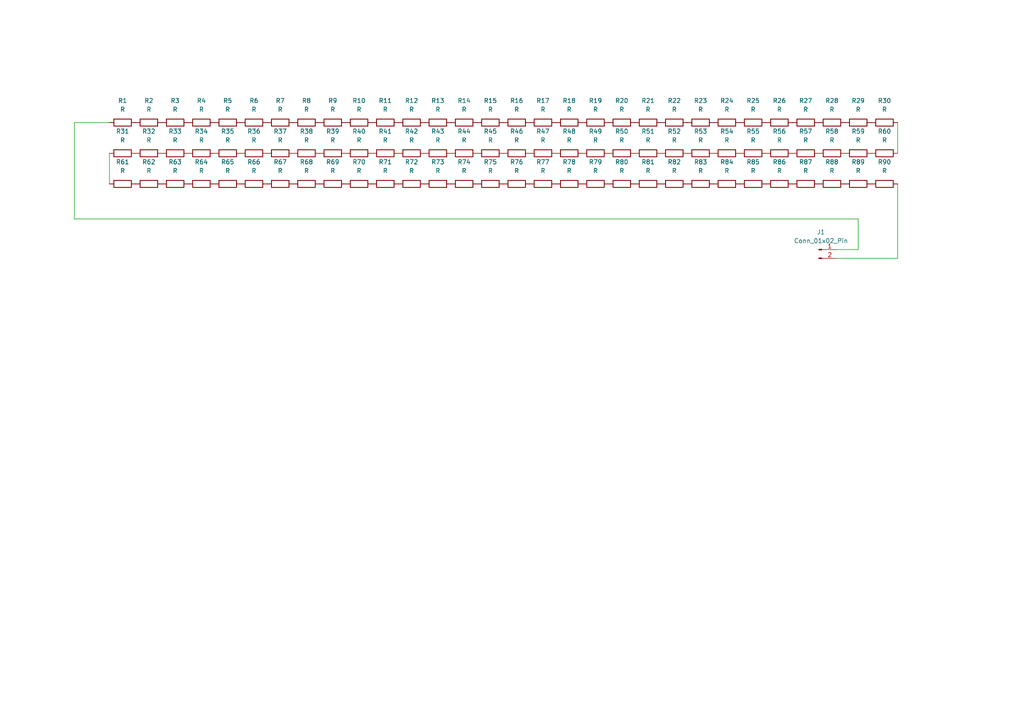
<source format=kicad_sch>
(kicad_sch (version 20250114) (generator "eeschema") (generator_version "9.0")
  (paper "A4")
  (lib_symbols
    (symbol "Connector:Conn_01x02_Pin" (pin_names (offset 1.016) (hide yes))
      (property "Reference" "J" (at 0 2.54 0))
      (property "Value" "Conn_01x02_Pin" (at 0 -5.08 0))
      (symbol "Conn_01x02_Pin_1_1"
        (rectangle (start 0.8636 0.127) (end 0 -0.127) (stroke (width 0.1524)) (fill (type outline)))
        (rectangle (start 0.8636 -2.413) (end 0 -2.667) (stroke (width 0.1524)) (fill (type outline)))
        (polyline (pts (xy 1.27 0) (xy 0.8636 0)) (stroke (width 0.1524)))
        (polyline (pts (xy 1.27 -2.54) (xy 0.8636 -2.54)) (stroke (width 0.1524)))
        (pin passive line (at 5.08 0 180) (length 3.81) (name "Pin_1") (number "1"))
        (pin passive line (at 5.08 -2.54 180) (length 3.81) (name "Pin_2") (number "2"))
      )
    )
    (symbol "Device:R" (pin_numbers (hide yes)) (pin_names (offset 0))
      (property "Reference" "R" (at 2.032 0 90))
      (property "Value" "R" (at 0 0 90))
      (symbol "R_0_1"
        (rectangle (start -1.016 -2.54) (end 1.016 2.54) (stroke (width 0.254)))
      )
      (symbol "R_1_1"
        (pin passive line (at 0 3.81 270) (length 1.27) (name "~") (number "1"))
        (pin passive line (at 0 -3.81 90) (length 1.27) (name "~") (number "2"))
      )
    )
  )
  (wire (pts (xy 31.75 44.45) (xy 31.75 53.34)))
  (wire (pts (xy 248.92 63.5) (xy 248.92 72.39)))
  (wire (pts (xy 260.35 35.56) (xy 260.35 44.45)))
  (wire (pts (xy 31.75 35.56) (xy 21.59 35.56)))
  (wire (pts (xy 260.35 53.34) (xy 260.35 74.93)))
  (wire (pts (xy 260.35 74.93) (xy 242.57 74.93)))
  (wire (pts (xy 21.59 35.56) (xy 21.59 63.5)))
  (wire (pts (xy 21.59 63.5) (xy 248.92 63.5)))
  (wire (pts (xy 248.92 72.39) (xy 242.57 72.39)))
  (symbol (lib_id "Device:R") (at 88.9 35.56 270) (unit 1)
    (property "Reference" "R8" (at 88.9 29.21 90))
    (property "Value" "R" (at 88.9 31.75 90))
    (property "Footprint" "Resistor_THT:R_Axial_DIN0207_L6.3mm_D2.5mm_P10.16mm_Horizontal" (effects (hide yes)))
    (property "Description" "Resistor" (effects (hide yes)))
  )
  (symbol (lib_id "Device:R") (at 35.56 35.56 90) (unit 1)
    (property "Reference" "R1" (at 35.56 29.21 90))
    (property "Value" "R" (at 35.56 31.75 90))
    (property "Footprint" "Resistor_THT:R_Axial_DIN0207_L6.3mm_D2.5mm_P10.16mm_Horizontal" (effects (hide yes)))
    (property "Description" "Resistor" (effects (hide yes)))
  )
  (symbol (lib_id "Device:R") (at 43.18 35.56 90) (unit 1)
    (property "Reference" "R2" (at 43.18 29.21 90))
    (property "Value" "R" (at 43.18 31.75 90))
    (property "Footprint" "Resistor_THT:R_Axial_DIN0207_L6.3mm_D2.5mm_P10.16mm_Horizontal" (effects (hide yes)))
    (property "Description" "Resistor" (effects (hide yes)))
  )
  (symbol (lib_id "Device:R") (at 157.48 35.56 90) (unit 1)
    (property "Reference" "R17" (at 157.48 29.21 90))
    (property "Value" "R" (at 157.48 31.75 90))
    (property "Footprint" "Resistor_THT:R_Axial_DIN0207_L6.3mm_D2.5mm_P10.16mm_Horizontal" (effects (hide yes)))
    (property "Description" "Resistor" (effects (hide yes)))
  )
  (symbol (lib_id "Device:R") (at 142.24 35.56 90) (unit 1)
    (property "Reference" "R15" (at 142.24 29.21 90))
    (property "Value" "R" (at 142.24 31.75 90))
    (property "Footprint" "Resistor_THT:R_Axial_DIN0207_L6.3mm_D2.5mm_P10.16mm_Horizontal" (effects (hide yes)))
    (property "Description" "Resistor" (effects (hide yes)))
  )
  (symbol (lib_id "Device:R") (at 241.3 35.56 270) (unit 1)
    (property "Reference" "R28" (at 241.3 29.21 90))
    (property "Value" "R" (at 241.3 31.75 90))
    (property "Footprint" "Resistor_THT:R_Axial_DIN0207_L6.3mm_D2.5mm_P10.16mm_Horizontal" (effects (hide yes)))
    (property "Description" "Resistor" (effects (hide yes)))
  )
  (symbol (lib_id "Device:R") (at 66.04 44.45 90) (unit 1)
    (property "Reference" "R35" (at 66.04 38.1 90))
    (property "Value" "R" (at 66.04 40.64 90))
    (property "Footprint" "Resistor_THT:R_Axial_DIN0207_L6.3mm_D2.5mm_P10.16mm_Horizontal" (effects (hide yes)))
    (property "Description" "Resistor" (effects (hide yes)))
  )
  (symbol (lib_id "Device:R") (at 66.04 53.34 90) (unit 1)
    (property "Reference" "R65" (at 66.04 46.99 90))
    (property "Value" "R" (at 66.04 49.53 90))
    (property "Footprint" "Resistor_THT:R_Axial_DIN0207_L6.3mm_D2.5mm_P10.16mm_Horizontal" (effects (hide yes)))
    (property "Description" "Resistor" (effects (hide yes)))
  )
  (symbol (lib_id "Device:R") (at 104.14 44.45 90) (unit 1)
    (property "Reference" "R40" (at 104.14 38.1 90))
    (property "Value" "R" (at 104.14 40.64 90))
    (property "Footprint" "Resistor_THT:R_Axial_DIN0207_L6.3mm_D2.5mm_P10.16mm_Horizontal" (effects (hide yes)))
    (property "Description" "Resistor" (effects (hide yes)))
  )
  (symbol (lib_id "Device:R") (at 218.44 53.34 90) (unit 1)
    (property "Reference" "R85" (at 218.44 46.99 90))
    (property "Value" "R" (at 218.44 49.53 90))
    (property "Footprint" "Resistor_THT:R_Axial_DIN0207_L6.3mm_D2.5mm_P10.16mm_Horizontal" (effects (hide yes)))
    (property "Description" "Resistor" (effects (hide yes)))
  )
  (symbol (lib_id "Device:R") (at 187.96 35.56 90) (unit 1)
    (property "Reference" "R21" (at 187.96 29.21 90))
    (property "Value" "R" (at 187.96 31.75 90))
    (property "Footprint" "Resistor_THT:R_Axial_DIN0207_L6.3mm_D2.5mm_P10.16mm_Horizontal" (effects (hide yes)))
    (property "Description" "Resistor" (effects (hide yes)))
  )
  (symbol (lib_id "Device:R") (at 58.42 44.45 90) (unit 1)
    (property "Reference" "R34" (at 58.42 38.1 90))
    (property "Value" "R" (at 58.42 40.64 90))
    (property "Footprint" "Resistor_THT:R_Axial_DIN0207_L6.3mm_D2.5mm_P10.16mm_Horizontal" (effects (hide yes)))
    (property "Description" "Resistor" (effects (hide yes)))
  )
  (symbol (lib_id "Device:R") (at 96.52 53.34 90) (unit 1)
    (property "Reference" "R69" (at 96.52 46.99 90))
    (property "Value" "R" (at 96.52 49.53 90))
    (property "Footprint" "Resistor_THT:R_Axial_DIN0207_L6.3mm_D2.5mm_P10.16mm_Horizontal" (effects (hide yes)))
    (property "Description" "Resistor" (effects (hide yes)))
  )
  (symbol (lib_id "Device:R") (at 180.34 53.34 90) (unit 1)
    (property "Reference" "R80" (at 180.34 46.99 90))
    (property "Value" "R" (at 180.34 49.53 90))
    (property "Footprint" "Resistor_THT:R_Axial_DIN0207_L6.3mm_D2.5mm_P10.16mm_Horizontal" (effects (hide yes)))
    (property "Description" "Resistor" (effects (hide yes)))
  )
  (symbol (lib_id "Device:R") (at 134.62 53.34 90) (unit 1)
    (property "Reference" "R74" (at 134.62 46.99 90))
    (property "Value" "R" (at 134.62 49.53 90))
    (property "Footprint" "Resistor_THT:R_Axial_DIN0207_L6.3mm_D2.5mm_P10.16mm_Horizontal" (effects (hide yes)))
    (property "Description" "Resistor" (effects (hide yes)))
  )
  (symbol (lib_id "Device:R") (at 58.42 35.56 90) (unit 1)
    (property "Reference" "R4" (at 58.42 29.21 90))
    (property "Value" "R" (at 58.42 31.75 90))
    (property "Footprint" "Resistor_THT:R_Axial_DIN0207_L6.3mm_D2.5mm_P10.16mm_Horizontal" (effects (hide yes)))
    (property "Description" "Resistor" (effects (hide yes)))
  )
  (symbol (lib_id "Device:R") (at 195.58 35.56 90) (unit 1)
    (property "Reference" "R22" (at 195.58 29.21 90))
    (property "Value" "R" (at 195.58 31.75 90))
    (property "Footprint" "Resistor_THT:R_Axial_DIN0207_L6.3mm_D2.5mm_P10.16mm_Horizontal" (effects (hide yes)))
    (property "Description" "Resistor" (effects (hide yes)))
  )
  (symbol (lib_id "Device:R") (at 256.54 53.34 90) (unit 1)
    (property "Reference" "R90" (at 256.54 46.99 90))
    (property "Value" "R" (at 256.54 49.53 90))
    (property "Footprint" "Resistor_THT:R_Axial_DIN0207_L6.3mm_D2.5mm_P10.16mm_Horizontal" (effects (hide yes)))
    (property "Description" "Resistor" (effects (hide yes)))
  )
  (symbol (lib_id "Device:R") (at 58.42 53.34 90) (unit 1)
    (property "Reference" "R64" (at 58.42 46.99 90))
    (property "Value" "R" (at 58.42 49.53 90))
    (property "Footprint" "Resistor_THT:R_Axial_DIN0207_L6.3mm_D2.5mm_P10.16mm_Horizontal" (effects (hide yes)))
    (property "Description" "Resistor" (effects (hide yes)))
  )
  (symbol (lib_id "Device:R") (at 142.24 53.34 90) (unit 1)
    (property "Reference" "R75" (at 142.24 46.99 90))
    (property "Value" "R" (at 142.24 49.53 90))
    (property "Footprint" "Resistor_THT:R_Axial_DIN0207_L6.3mm_D2.5mm_P10.16mm_Horizontal" (effects (hide yes)))
    (property "Description" "Resistor" (effects (hide yes)))
  )
  (symbol (lib_id "Device:R") (at 157.48 53.34 90) (unit 1)
    (property "Reference" "R77" (at 157.48 46.99 90))
    (property "Value" "R" (at 157.48 49.53 90))
    (property "Footprint" "Resistor_THT:R_Axial_DIN0207_L6.3mm_D2.5mm_P10.16mm_Horizontal" (effects (hide yes)))
    (property "Description" "Resistor" (effects (hide yes)))
  )
  (symbol (lib_id "Device:R") (at 134.62 35.56 90) (unit 1)
    (property "Reference" "R14" (at 134.62 29.21 90))
    (property "Value" "R" (at 134.62 31.75 90))
    (property "Footprint" "Resistor_THT:R_Axial_DIN0207_L6.3mm_D2.5mm_P10.16mm_Horizontal" (effects (hide yes)))
    (property "Description" "Resistor" (effects (hide yes)))
  )
  (symbol (lib_id "Device:R") (at 180.34 44.45 90) (unit 1)
    (property "Reference" "R50" (at 180.34 38.1 90))
    (property "Value" "R" (at 180.34 40.64 90))
    (property "Footprint" "Resistor_THT:R_Axial_DIN0207_L6.3mm_D2.5mm_P10.16mm_Horizontal" (effects (hide yes)))
    (property "Description" "Resistor" (effects (hide yes)))
  )
  (symbol (lib_id "Device:R") (at 218.44 44.45 90) (unit 1)
    (property "Reference" "R55" (at 218.44 38.1 90))
    (property "Value" "R" (at 218.44 40.64 90))
    (property "Footprint" "Resistor_THT:R_Axial_DIN0207_L6.3mm_D2.5mm_P10.16mm_Horizontal" (effects (hide yes)))
    (property "Description" "Resistor" (effects (hide yes)))
  )
  (symbol (lib_id "Device:R") (at 73.66 35.56 90) (unit 1)
    (property "Reference" "R6" (at 73.66 29.21 90))
    (property "Value" "R" (at 73.66 31.75 90))
    (property "Footprint" "Resistor_THT:R_Axial_DIN0207_L6.3mm_D2.5mm_P10.16mm_Horizontal" (effects (hide yes)))
    (property "Description" "Resistor" (effects (hide yes)))
  )
  (symbol (lib_id "Device:R") (at 226.06 35.56 90) (unit 1)
    (property "Reference" "R26" (at 226.06 29.21 90))
    (property "Value" "R" (at 226.06 31.75 90))
    (property "Footprint" "Resistor_THT:R_Axial_DIN0207_L6.3mm_D2.5mm_P10.16mm_Horizontal" (effects (hide yes)))
    (property "Description" "Resistor" (effects (hide yes)))
  )
  (symbol (lib_id "Device:R") (at 226.06 53.34 90) (unit 1)
    (property "Reference" "R86" (at 226.06 46.99 90))
    (property "Value" "R" (at 226.06 49.53 90))
    (property "Footprint" "Resistor_THT:R_Axial_DIN0207_L6.3mm_D2.5mm_P10.16mm_Horizontal" (effects (hide yes)))
    (property "Description" "Resistor" (effects (hide yes)))
  )
  (symbol (lib_id "Device:R") (at 50.8 35.56 270) (unit 1)
    (property "Reference" "R3" (at 50.8 29.21 90))
    (property "Value" "R" (at 50.8 31.75 90))
    (property "Footprint" "Resistor_THT:R_Axial_DIN0207_L6.3mm_D2.5mm_P10.16mm_Horizontal" (effects (hide yes)))
    (property "Description" "Resistor" (effects (hide yes)))
  )
  (symbol (lib_id "Device:R") (at 96.52 35.56 90) (unit 1)
    (property "Reference" "R9" (at 96.52 29.21 90))
    (property "Value" "R" (at 96.52 31.75 90))
    (property "Footprint" "Resistor_THT:R_Axial_DIN0207_L6.3mm_D2.5mm_P10.16mm_Horizontal" (effects (hide yes)))
    (property "Description" "Resistor" (effects (hide yes)))
  )
  (symbol (lib_id "Device:R") (at 35.56 53.34 90) (unit 1)
    (property "Reference" "R61" (at 35.56 46.99 90))
    (property "Value" "R" (at 35.56 49.53 90))
    (property "Footprint" "Resistor_THT:R_Axial_DIN0207_L6.3mm_D2.5mm_P10.16mm_Horizontal" (effects (hide yes)))
    (property "Description" "Resistor" (effects (hide yes)))
  )
  (symbol (lib_id "Device:R") (at 256.54 44.45 90) (unit 1)
    (property "Reference" "R60" (at 256.54 38.1 90))
    (property "Value" "R" (at 256.54 40.64 90))
    (property "Footprint" "Resistor_THT:R_Axial_DIN0207_L6.3mm_D2.5mm_P10.16mm_Horizontal" (effects (hide yes)))
    (property "Description" "Resistor" (effects (hide yes)))
  )
  (symbol (lib_id "Device:R") (at 256.54 35.56 90) (unit 1)
    (property "Reference" "R30" (at 256.54 29.21 90))
    (property "Value" "R" (at 256.54 31.75 90))
    (property "Footprint" "Resistor_THT:R_Axial_DIN0207_L6.3mm_D2.5mm_P10.16mm_Horizontal" (effects (hide yes)))
    (property "Description" "Resistor" (effects (hide yes)))
  )
  (symbol (lib_id "Device:R") (at 104.14 35.56 90) (unit 1)
    (property "Reference" "R10" (at 104.14 29.21 90))
    (property "Value" "R" (at 104.14 31.75 90))
    (property "Footprint" "Resistor_THT:R_Axial_DIN0207_L6.3mm_D2.5mm_P10.16mm_Horizontal" (effects (hide yes)))
    (property "Description" "Resistor" (effects (hide yes)))
  )
  (symbol (lib_id "Device:R") (at 165.1 53.34 270) (unit 1)
    (property "Reference" "R78" (at 165.1 46.99 90))
    (property "Value" "R" (at 165.1 49.53 90))
    (property "Footprint" "Resistor_THT:R_Axial_DIN0207_L6.3mm_D2.5mm_P10.16mm_Horizontal" (effects (hide yes)))
    (property "Description" "Resistor" (effects (hide yes)))
  )
  (symbol (lib_id "Device:R") (at 195.58 44.45 90) (unit 1)
    (property "Reference" "R52" (at 195.58 38.1 90))
    (property "Value" "R" (at 195.58 40.64 90))
    (property "Footprint" "Resistor_THT:R_Axial_DIN0207_L6.3mm_D2.5mm_P10.16mm_Horizontal" (effects (hide yes)))
    (property "Description" "Resistor" (effects (hide yes)))
  )
  (symbol (lib_id "Device:R") (at 134.62 44.45 90) (unit 1)
    (property "Reference" "R44" (at 134.62 38.1 90))
    (property "Value" "R" (at 134.62 40.64 90))
    (property "Footprint" "Resistor_THT:R_Axial_DIN0207_L6.3mm_D2.5mm_P10.16mm_Horizontal" (effects (hide yes)))
    (property "Description" "Resistor" (effects (hide yes)))
  )
  (symbol (lib_id "Device:R") (at 119.38 53.34 90) (unit 1)
    (property "Reference" "R72" (at 119.38 46.99 90))
    (property "Value" "R" (at 119.38 49.53 90))
    (property "Footprint" "Resistor_THT:R_Axial_DIN0207_L6.3mm_D2.5mm_P10.16mm_Horizontal" (effects (hide yes)))
    (property "Description" "Resistor" (effects (hide yes)))
  )
  (symbol (lib_id "Device:R") (at 81.28 53.34 90) (unit 1)
    (property "Reference" "R67" (at 81.28 46.99 90))
    (property "Value" "R" (at 81.28 49.53 90))
    (property "Footprint" "Resistor_THT:R_Axial_DIN0207_L6.3mm_D2.5mm_P10.16mm_Horizontal" (effects (hide yes)))
    (property "Description" "Resistor" (effects (hide yes)))
  )
  (symbol (lib_id "Device:R") (at 81.28 44.45 90) (unit 1)
    (property "Reference" "R37" (at 81.28 38.1 90))
    (property "Value" "R" (at 81.28 40.64 90))
    (property "Footprint" "Resistor_THT:R_Axial_DIN0207_L6.3mm_D2.5mm_P10.16mm_Horizontal" (effects (hide yes)))
    (property "Description" "Resistor" (effects (hide yes)))
  )
  (symbol (lib_id "Device:R") (at 172.72 44.45 90) (unit 1)
    (property "Reference" "R49" (at 172.72 38.1 90))
    (property "Value" "R" (at 172.72 40.64 90))
    (property "Footprint" "Resistor_THT:R_Axial_DIN0207_L6.3mm_D2.5mm_P10.16mm_Horizontal" (effects (hide yes)))
    (property "Description" "Resistor" (effects (hide yes)))
  )
  (symbol (lib_id "Device:R") (at 149.86 44.45 90) (unit 1)
    (property "Reference" "R46" (at 149.86 38.1 90))
    (property "Value" "R" (at 149.86 40.64 90))
    (property "Footprint" "Resistor_THT:R_Axial_DIN0207_L6.3mm_D2.5mm_P10.16mm_Horizontal" (effects (hide yes)))
    (property "Description" "Resistor" (effects (hide yes)))
  )
  (symbol (lib_id "Device:R") (at 226.06 44.45 90) (unit 1)
    (property "Reference" "R56" (at 226.06 38.1 90))
    (property "Value" "R" (at 226.06 40.64 90))
    (property "Footprint" "Resistor_THT:R_Axial_DIN0207_L6.3mm_D2.5mm_P10.16mm_Horizontal" (effects (hide yes)))
    (property "Description" "Resistor" (effects (hide yes)))
  )
  (symbol (lib_id "Device:R") (at 172.72 35.56 90) (unit 1)
    (property "Reference" "R19" (at 172.72 29.21 90))
    (property "Value" "R" (at 172.72 31.75 90))
    (property "Footprint" "Resistor_THT:R_Axial_DIN0207_L6.3mm_D2.5mm_P10.16mm_Horizontal" (effects (hide yes)))
    (property "Description" "Resistor" (effects (hide yes)))
  )
  (symbol (lib_id "Device:R") (at 50.8 53.34 270) (unit 1)
    (property "Reference" "R63" (at 50.8 46.99 90))
    (property "Value" "R" (at 50.8 49.53 90))
    (property "Footprint" "Resistor_THT:R_Axial_DIN0207_L6.3mm_D2.5mm_P10.16mm_Horizontal" (effects (hide yes)))
    (property "Description" "Resistor" (effects (hide yes)))
  )
  (symbol (lib_id "Device:R") (at 127 53.34 270) (unit 1)
    (property "Reference" "R73" (at 127 46.99 90))
    (property "Value" "R" (at 127 49.53 90))
    (property "Footprint" "Resistor_THT:R_Axial_DIN0207_L6.3mm_D2.5mm_P10.16mm_Horizontal" (effects (hide yes)))
    (property "Description" "Resistor" (effects (hide yes)))
  )
  (symbol (lib_id "Device:R") (at 233.68 35.56 90) (unit 1)
    (property "Reference" "R27" (at 233.68 29.21 90))
    (property "Value" "R" (at 233.68 31.75 90))
    (property "Footprint" "Resistor_THT:R_Axial_DIN0207_L6.3mm_D2.5mm_P10.16mm_Horizontal" (effects (hide yes)))
    (property "Description" "Resistor" (effects (hide yes)))
  )
  (symbol (lib_id "Device:R") (at 119.38 44.45 90) (unit 1)
    (property "Reference" "R42" (at 119.38 38.1 90))
    (property "Value" "R" (at 119.38 40.64 90))
    (property "Footprint" "Resistor_THT:R_Axial_DIN0207_L6.3mm_D2.5mm_P10.16mm_Horizontal" (effects (hide yes)))
    (property "Description" "Resistor" (effects (hide yes)))
  )
  (symbol (lib_id "Device:R") (at 210.82 53.34 90) (unit 1)
    (property "Reference" "R84" (at 210.82 46.99 90))
    (property "Value" "R" (at 210.82 49.53 90))
    (property "Footprint" "Resistor_THT:R_Axial_DIN0207_L6.3mm_D2.5mm_P10.16mm_Horizontal" (effects (hide yes)))
    (property "Description" "Resistor" (effects (hide yes)))
  )
  (symbol (lib_id "Device:R") (at 111.76 35.56 90) (unit 1)
    (property "Reference" "R11" (at 111.76 29.21 90))
    (property "Value" "R" (at 111.76 31.75 90))
    (property "Footprint" "Resistor_THT:R_Axial_DIN0207_L6.3mm_D2.5mm_P10.16mm_Horizontal" (effects (hide yes)))
    (property "Description" "Resistor" (effects (hide yes)))
  )
  (symbol (lib_id "Device:R") (at 187.96 53.34 90) (unit 1)
    (property "Reference" "R81" (at 187.96 46.99 90))
    (property "Value" "R" (at 187.96 49.53 90))
    (property "Footprint" "Resistor_THT:R_Axial_DIN0207_L6.3mm_D2.5mm_P10.16mm_Horizontal" (effects (hide yes)))
    (property "Description" "Resistor" (effects (hide yes)))
  )
  (symbol (lib_id "Device:R") (at 210.82 35.56 90) (unit 1)
    (property "Reference" "R24" (at 210.82 29.21 90))
    (property "Value" "R" (at 210.82 31.75 90))
    (property "Footprint" "Resistor_THT:R_Axial_DIN0207_L6.3mm_D2.5mm_P10.16mm_Horizontal" (effects (hide yes)))
    (property "Description" "Resistor" (effects (hide yes)))
  )
  (symbol (lib_id "Device:R") (at 248.92 44.45 90) (unit 1)
    (property "Reference" "R59" (at 248.92 38.1 90))
    (property "Value" "R" (at 248.92 40.64 90))
    (property "Footprint" "Resistor_THT:R_Axial_DIN0207_L6.3mm_D2.5mm_P10.16mm_Horizontal" (effects (hide yes)))
    (property "Description" "Resistor" (effects (hide yes)))
  )
  (symbol (lib_id "Device:R") (at 119.38 35.56 90) (unit 1)
    (property "Reference" "R12" (at 119.38 29.21 90))
    (property "Value" "R" (at 119.38 31.75 90))
    (property "Footprint" "Resistor_THT:R_Axial_DIN0207_L6.3mm_D2.5mm_P10.16mm_Horizontal" (effects (hide yes)))
    (property "Description" "Resistor" (effects (hide yes)))
  )
  (symbol (lib_id "Device:R") (at 187.96 44.45 90) (unit 1)
    (property "Reference" "R51" (at 187.96 38.1 90))
    (property "Value" "R" (at 187.96 40.64 90))
    (property "Footprint" "Resistor_THT:R_Axial_DIN0207_L6.3mm_D2.5mm_P10.16mm_Horizontal" (effects (hide yes)))
    (property "Description" "Resistor" (effects (hide yes)))
  )
  (symbol (lib_id "Device:R") (at 157.48 44.45 90) (unit 1)
    (property "Reference" "R47" (at 157.48 38.1 90))
    (property "Value" "R" (at 157.48 40.64 90))
    (property "Footprint" "Resistor_THT:R_Axial_DIN0207_L6.3mm_D2.5mm_P10.16mm_Horizontal" (effects (hide yes)))
    (property "Description" "Resistor" (effects (hide yes)))
  )
  (symbol (lib_id "Device:R") (at 73.66 44.45 90) (unit 1)
    (property "Reference" "R36" (at 73.66 38.1 90))
    (property "Value" "R" (at 73.66 40.64 90))
    (property "Footprint" "Resistor_THT:R_Axial_DIN0207_L6.3mm_D2.5mm_P10.16mm_Horizontal" (effects (hide yes)))
    (property "Description" "Resistor" (effects (hide yes)))
  )
  (symbol (lib_id "Device:R") (at 172.72 53.34 90) (unit 1)
    (property "Reference" "R79" (at 172.72 46.99 90))
    (property "Value" "R" (at 172.72 49.53 90))
    (property "Footprint" "Resistor_THT:R_Axial_DIN0207_L6.3mm_D2.5mm_P10.16mm_Horizontal" (effects (hide yes)))
    (property "Description" "Resistor" (effects (hide yes)))
  )
  (symbol (lib_id "Device:R") (at 233.68 44.45 90) (unit 1)
    (property "Reference" "R57" (at 233.68 38.1 90))
    (property "Value" "R" (at 233.68 40.64 90))
    (property "Footprint" "Resistor_THT:R_Axial_DIN0207_L6.3mm_D2.5mm_P10.16mm_Horizontal" (effects (hide yes)))
    (property "Description" "Resistor" (effects (hide yes)))
  )
  (symbol (lib_id "Device:R") (at 111.76 44.45 90) (unit 1)
    (property "Reference" "R41" (at 111.76 38.1 90))
    (property "Value" "R" (at 111.76 40.64 90))
    (property "Footprint" "Resistor_THT:R_Axial_DIN0207_L6.3mm_D2.5mm_P10.16mm_Horizontal" (effects (hide yes)))
    (property "Description" "Resistor" (effects (hide yes)))
  )
  (symbol (lib_id "Device:R") (at 165.1 44.45 270) (unit 1)
    (property "Reference" "R48" (at 165.1 38.1 90))
    (property "Value" "R" (at 165.1 40.64 90))
    (property "Footprint" "Resistor_THT:R_Axial_DIN0207_L6.3mm_D2.5mm_P10.16mm_Horizontal" (effects (hide yes)))
    (property "Description" "Resistor" (effects (hide yes)))
  )
  (symbol (lib_id "Device:R") (at 165.1 35.56 270) (unit 1)
    (property "Reference" "R18" (at 165.1 29.21 90))
    (property "Value" "R" (at 165.1 31.75 90))
    (property "Footprint" "Resistor_THT:R_Axial_DIN0207_L6.3mm_D2.5mm_P10.16mm_Horizontal" (effects (hide yes)))
    (property "Description" "Resistor" (effects (hide yes)))
  )
  (symbol (lib_id "Device:R") (at 88.9 53.34 270) (unit 1)
    (property "Reference" "R68" (at 88.9 46.99 90))
    (property "Value" "R" (at 88.9 49.53 90))
    (property "Footprint" "Resistor_THT:R_Axial_DIN0207_L6.3mm_D2.5mm_P10.16mm_Horizontal" (effects (hide yes)))
    (property "Description" "Resistor" (effects (hide yes)))
  )
  (symbol (lib_id "Device:R") (at 218.44 35.56 90) (unit 1)
    (property "Reference" "R25" (at 218.44 29.21 90))
    (property "Value" "R" (at 218.44 31.75 90))
    (property "Footprint" "Resistor_THT:R_Axial_DIN0207_L6.3mm_D2.5mm_P10.16mm_Horizontal" (effects (hide yes)))
    (property "Description" "Resistor" (effects (hide yes)))
  )
  (symbol (lib_id "Device:R") (at 149.86 53.34 90) (unit 1)
    (property "Reference" "R76" (at 149.86 46.99 90))
    (property "Value" "R" (at 149.86 49.53 90))
    (property "Footprint" "Resistor_THT:R_Axial_DIN0207_L6.3mm_D2.5mm_P10.16mm_Horizontal" (effects (hide yes)))
    (property "Description" "Resistor" (effects (hide yes)))
  )
  (symbol (lib_id "Device:R") (at 81.28 35.56 90) (unit 1)
    (property "Reference" "R7" (at 81.28 29.21 90))
    (property "Value" "R" (at 81.28 31.75 90))
    (property "Footprint" "Resistor_THT:R_Axial_DIN0207_L6.3mm_D2.5mm_P10.16mm_Horizontal" (effects (hide yes)))
    (property "Description" "Resistor" (effects (hide yes)))
  )
  (symbol (lib_id "Device:R") (at 43.18 44.45 90) (unit 1)
    (property "Reference" "R32" (at 43.18 38.1 90))
    (property "Value" "R" (at 43.18 40.64 90))
    (property "Footprint" "Resistor_THT:R_Axial_DIN0207_L6.3mm_D2.5mm_P10.16mm_Horizontal" (effects (hide yes)))
    (property "Description" "Resistor" (effects (hide yes)))
  )
  (symbol (lib_id "Connector:Conn_01x02_Pin") (at 237.49 72.39 0) (unit 1)
    (property "Reference" "J1" (at 238.125 67.31 0))
    (property "Value" "Conn_01x02_Pin" (at 238.125 69.85 0))
    (property "Footprint" "Connector_PinHeader_2.54mm:PinHeader_1x02_P2.54mm_Horizontal" (effects (hide yes)))
    (property "Description" "Generic connector, single row, 01x02, script generated" (effects (hide yes)))
  )
  (symbol (lib_id "Device:R") (at 142.24 44.45 90) (unit 1)
    (property "Reference" "R45" (at 142.24 38.1 90))
    (property "Value" "R" (at 142.24 40.64 90))
    (property "Footprint" "Resistor_THT:R_Axial_DIN0207_L6.3mm_D2.5mm_P10.16mm_Horizontal" (effects (hide yes)))
    (property "Description" "Resistor" (effects (hide yes)))
  )
  (symbol (lib_id "Device:R") (at 203.2 35.56 270) (unit 1)
    (property "Reference" "R23" (at 203.2 29.21 90))
    (property "Value" "R" (at 203.2 31.75 90))
    (property "Footprint" "Resistor_THT:R_Axial_DIN0207_L6.3mm_D2.5mm_P10.16mm_Horizontal" (effects (hide yes)))
    (property "Description" "Resistor" (effects (hide yes)))
  )
  (symbol (lib_id "Device:R") (at 43.18 53.34 90) (unit 1)
    (property "Reference" "R62" (at 43.18 46.99 90))
    (property "Value" "R" (at 43.18 49.53 90))
    (property "Footprint" "Resistor_THT:R_Axial_DIN0207_L6.3mm_D2.5mm_P10.16mm_Horizontal" (effects (hide yes)))
    (property "Description" "Resistor" (effects (hide yes)))
  )
  (symbol (lib_id "Device:R") (at 73.66 53.34 90) (unit 1)
    (property "Reference" "R66" (at 73.66 46.99 90))
    (property "Value" "R" (at 73.66 49.53 90))
    (property "Footprint" "Resistor_THT:R_Axial_DIN0207_L6.3mm_D2.5mm_P10.16mm_Horizontal" (effects (hide yes)))
    (property "Description" "Resistor" (effects (hide yes)))
  )
  (symbol (lib_id "Device:R") (at 35.56 44.45 90) (unit 1)
    (property "Reference" "R31" (at 35.56 38.1 90))
    (property "Value" "R" (at 35.56 40.64 90))
    (property "Footprint" "Resistor_THT:R_Axial_DIN0207_L6.3mm_D2.5mm_P10.16mm_Horizontal" (effects (hide yes)))
    (property "Description" "Resistor" (effects (hide yes)))
  )
  (symbol (lib_id "Device:R") (at 66.04 35.56 90) (unit 1)
    (property "Reference" "R5" (at 66.04 29.21 90))
    (property "Value" "R" (at 66.04 31.75 90))
    (property "Footprint" "Resistor_THT:R_Axial_DIN0207_L6.3mm_D2.5mm_P10.16mm_Horizontal" (effects (hide yes)))
    (property "Description" "Resistor" (effects (hide yes)))
  )
  (symbol (lib_id "Device:R") (at 127 44.45 270) (unit 1)
    (property "Reference" "R43" (at 127 38.1 90))
    (property "Value" "R" (at 127 40.64 90))
    (property "Footprint" "Resistor_THT:R_Axial_DIN0207_L6.3mm_D2.5mm_P10.16mm_Horizontal" (effects (hide yes)))
    (property "Description" "Resistor" (effects (hide yes)))
  )
  (symbol (lib_id "Device:R") (at 203.2 44.45 270) (unit 1)
    (property "Reference" "R53" (at 203.2 38.1 90))
    (property "Value" "R" (at 203.2 40.64 90))
    (property "Footprint" "Resistor_THT:R_Axial_DIN0207_L6.3mm_D2.5mm_P10.16mm_Horizontal" (effects (hide yes)))
    (property "Description" "Resistor" (effects (hide yes)))
  )
  (symbol (lib_id "Device:R") (at 127 35.56 270) (unit 1)
    (property "Reference" "R13" (at 127 29.21 90))
    (property "Value" "R" (at 127 31.75 90))
    (property "Footprint" "Resistor_THT:R_Axial_DIN0207_L6.3mm_D2.5mm_P10.16mm_Horizontal" (effects (hide yes)))
    (property "Description" "Resistor" (effects (hide yes)))
  )
  (symbol (lib_id "Device:R") (at 50.8 44.45 270) (unit 1)
    (property "Reference" "R33" (at 50.8 38.1 90))
    (property "Value" "R" (at 50.8 40.64 90))
    (property "Footprint" "Resistor_THT:R_Axial_DIN0207_L6.3mm_D2.5mm_P10.16mm_Horizontal" (effects (hide yes)))
    (property "Description" "Resistor" (effects (hide yes)))
  )
  (symbol (lib_id "Device:R") (at 248.92 35.56 90) (unit 1)
    (property "Reference" "R29" (at 248.92 29.21 90))
    (property "Value" "R" (at 248.92 31.75 90))
    (property "Footprint" "Resistor_THT:R_Axial_DIN0207_L6.3mm_D2.5mm_P10.16mm_Horizontal" (effects (hide yes)))
    (property "Description" "Resistor" (effects (hide yes)))
  )
  (symbol (lib_id "Device:R") (at 210.82 44.45 90) (unit 1)
    (property "Reference" "R54" (at 210.82 38.1 90))
    (property "Value" "R" (at 210.82 40.64 90))
    (property "Footprint" "Resistor_THT:R_Axial_DIN0207_L6.3mm_D2.5mm_P10.16mm_Horizontal" (effects (hide yes)))
    (property "Description" "Resistor" (effects (hide yes)))
  )
  (symbol (lib_id "Device:R") (at 104.14 53.34 90) (unit 1)
    (property "Reference" "R70" (at 104.14 46.99 90))
    (property "Value" "R" (at 104.14 49.53 90))
    (property "Footprint" "Resistor_THT:R_Axial_DIN0207_L6.3mm_D2.5mm_P10.16mm_Horizontal" (effects (hide yes)))
    (property "Description" "Resistor" (effects (hide yes)))
  )
  (symbol (lib_id "Device:R") (at 180.34 35.56 90) (unit 1)
    (property "Reference" "R20" (at 180.34 29.21 90))
    (property "Value" "R" (at 180.34 31.75 90))
    (property "Footprint" "Resistor_THT:R_Axial_DIN0207_L6.3mm_D2.5mm_P10.16mm_Horizontal" (effects (hide yes)))
    (property "Description" "Resistor" (effects (hide yes)))
  )
  (symbol (lib_id "Device:R") (at 233.68 53.34 90) (unit 1)
    (property "Reference" "R87" (at 233.68 46.99 90))
    (property "Value" "R" (at 233.68 49.53 90))
    (property "Footprint" "Resistor_THT:R_Axial_DIN0207_L6.3mm_D2.5mm_P10.16mm_Horizontal" (effects (hide yes)))
    (property "Description" "Resistor" (effects (hide yes)))
  )
  (symbol (lib_id "Device:R") (at 195.58 53.34 90) (unit 1)
    (property "Reference" "R82" (at 195.58 46.99 90))
    (property "Value" "R" (at 195.58 49.53 90))
    (property "Footprint" "Resistor_THT:R_Axial_DIN0207_L6.3mm_D2.5mm_P10.16mm_Horizontal" (effects (hide yes)))
    (property "Description" "Resistor" (effects (hide yes)))
  )
  (symbol (lib_id "Device:R") (at 248.92 53.34 90) (unit 1)
    (property "Reference" "R89" (at 248.92 46.99 90))
    (property "Value" "R" (at 248.92 49.53 90))
    (property "Footprint" "Resistor_THT:R_Axial_DIN0207_L6.3mm_D2.5mm_P10.16mm_Horizontal" (effects (hide yes)))
    (property "Description" "Resistor" (effects (hide yes)))
  )
  (symbol (lib_id "Device:R") (at 149.86 35.56 90) (unit 1)
    (property "Reference" "R16" (at 149.86 29.21 90))
    (property "Value" "R" (at 149.86 31.75 90))
    (property "Footprint" "Resistor_THT:R_Axial_DIN0207_L6.3mm_D2.5mm_P10.16mm_Horizontal" (effects (hide yes)))
    (property "Description" "Resistor" (effects (hide yes)))
  )
  (symbol (lib_id "Device:R") (at 241.3 53.34 270) (unit 1)
    (property "Reference" "R88" (at 241.3 46.99 90))
    (property "Value" "R" (at 241.3 49.53 90))
    (property "Footprint" "Resistor_THT:R_Axial_DIN0207_L6.3mm_D2.5mm_P10.16mm_Horizontal" (effects (hide yes)))
    (property "Description" "Resistor" (effects (hide yes)))
  )
  (symbol (lib_id "Device:R") (at 203.2 53.34 270) (unit 1)
    (property "Reference" "R83" (at 203.2 46.99 90))
    (property "Value" "R" (at 203.2 49.53 90))
    (property "Footprint" "Resistor_THT:R_Axial_DIN0207_L6.3mm_D2.5mm_P10.16mm_Horizontal" (effects (hide yes)))
    (property "Description" "Resistor" (effects (hide yes)))
  )
  (symbol (lib_id "Device:R") (at 111.76 53.34 90) (unit 1)
    (property "Reference" "R71" (at 111.76 46.99 90))
    (property "Value" "R" (at 111.76 49.53 90))
    (property "Footprint" "Resistor_THT:R_Axial_DIN0207_L6.3mm_D2.5mm_P10.16mm_Horizontal" (effects (hide yes)))
    (property "Description" "Resistor" (effects (hide yes)))
  )
  (symbol (lib_id "Device:R") (at 241.3 44.45 270) (unit 1)
    (property "Reference" "R58" (at 241.3 38.1 90))
    (property "Value" "R" (at 241.3 40.64 90))
    (property "Footprint" "Resistor_THT:R_Axial_DIN0207_L6.3mm_D2.5mm_P10.16mm_Horizontal" (effects (hide yes)))
    (property "Description" "Resistor" (effects (hide yes)))
  )
  (symbol (lib_id "Device:R") (at 88.9 44.45 270) (unit 1)
    (property "Reference" "R38" (at 88.9 38.1 90))
    (property "Value" "R" (at 88.9 40.64 90))
    (property "Footprint" "Resistor_THT:R_Axial_DIN0207_L6.3mm_D2.5mm_P10.16mm_Horizontal" (effects (hide yes)))
    (property "Description" "Resistor" (effects (hide yes)))
  )
  (symbol (lib_id "Device:R") (at 96.52 44.45 90) (unit 1)
    (property "Reference" "R39" (at 96.52 38.1 90))
    (property "Value" "R" (at 96.52 40.64 90))
    (property "Footprint" "Resistor_THT:R_Axial_DIN0207_L6.3mm_D2.5mm_P10.16mm_Horizontal" (effects (hide yes)))
    (property "Description" "Resistor" (effects (hide yes)))
  )
)
</source>
